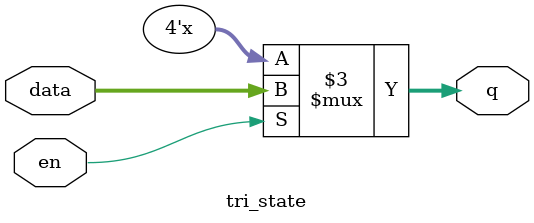
<source format=v>

`timescale 1ns/10ps
module tri_state(en, data, q);
    input[3:0] data;
    input en;
    output reg[3:0] q;

    always @(en or data) begin
        if(en)
            q <= data;
        else
            q <= 4'bzzzz; 
    end
endmodule
</source>
